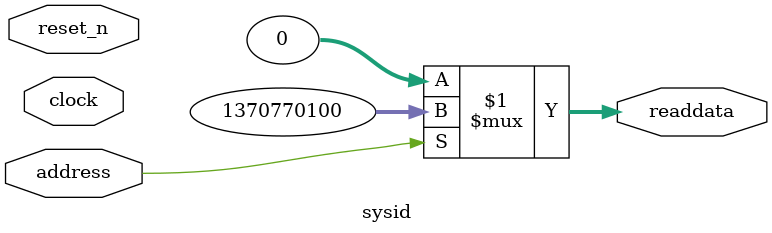
<source format=v>

`timescale 1ns / 1ps
// synthesis translate_on

// turn off superfluous verilog processor warnings 
// altera message_level Level1 
// altera message_off 10034 10035 10036 10037 10230 10240 10030 

module sysid (
               // inputs:
                address,
                clock,
                reset_n,

               // outputs:
                readdata
             )
;

  output  [ 31: 0] readdata;
  input            address;
  input            clock;
  input            reset_n;

  wire    [ 31: 0] readdata;
  //control_slave, which is an e_avalon_slave
  assign readdata = address ? 1370770100 : 0;

endmodule


</source>
